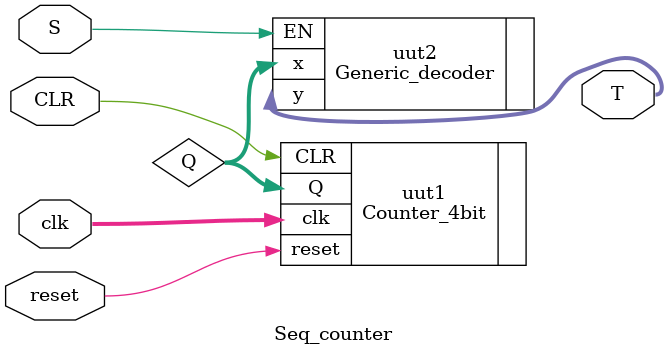
<source format=v>
`timescale 1ns / 1ps

module Seq_counter
    #(parameter N = 4)(
    input [3:0] clk,
    input reset, CLR,
    input S, //HLT
    output [2**4-1:0] T
    );
    
    wire [3:0] Q;
    
    Counter_4bit uut1(
        .clk(clk),
        .reset(reset),
        .CLR(CLR),
        .Q(Q)       
    );
    
    Generic_decoder #(.N(N)) uut2(
        .x(Q),
        .EN(S),
        .y(T)
    );  
    
endmodule

</source>
